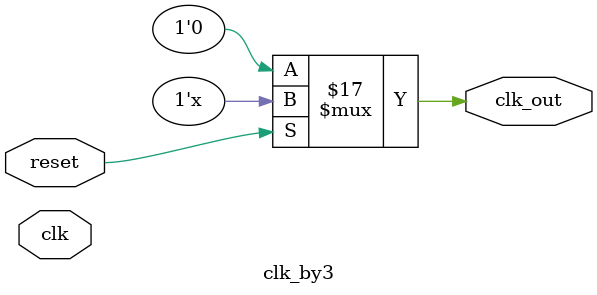
<source format=v>
module clk_by3
(
input clk,reset,
output reg clk_out
);
reg [1:0]counter=0;
always@(clk,reset)
begin
if(!reset)
begin
clk_out<=0;
counter<=0;
end
else if(counter == 3)
begin
counter<=0;
clk_out<=~clk_out;
end
else
counter<=counter+1;
end
endmodule


</source>
